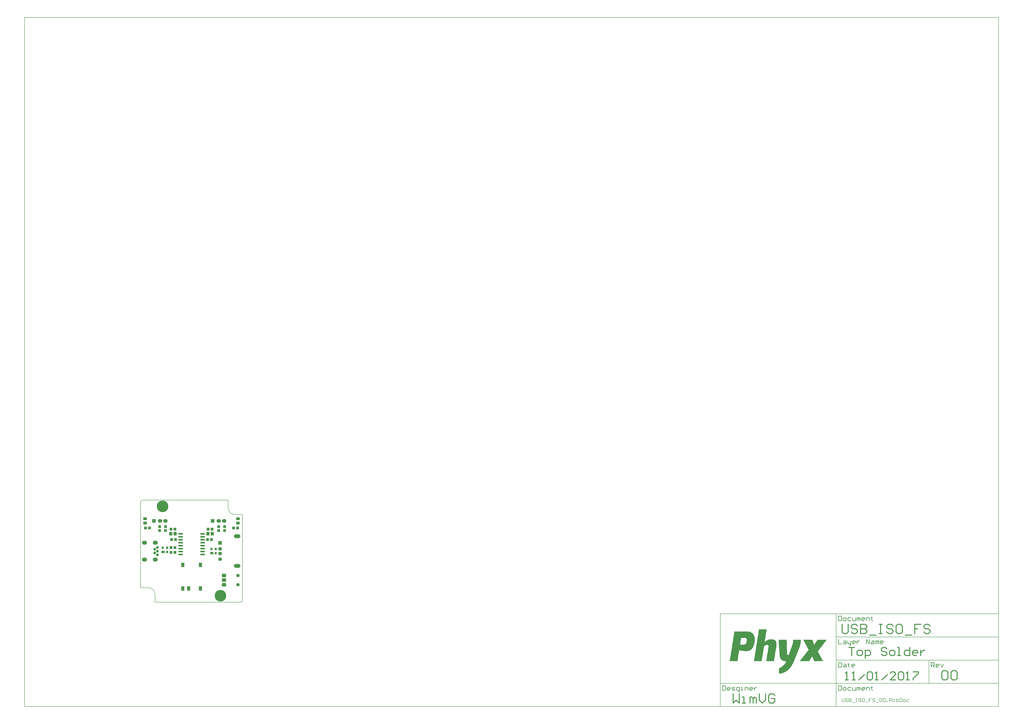
<source format=gts>
G04 Layer_Color=8388736*
%FSLAX25Y25*%
%MOIN*%
G70*
G01*
G75*
%ADD18C,0.00787*%
%ADD20C,0.01575*%
%ADD21C,0.00591*%
%ADD22C,0.00984*%
%ADD35O,0.08071X0.02953*%
%ADD36R,0.06496X0.04528*%
%ADD37R,0.04921X0.04528*%
%ADD38R,0.04528X0.04921*%
%ADD39R,0.05709X0.06496*%
%ADD40R,0.03740X0.04134*%
%ADD41R,0.05315X0.04134*%
%ADD42R,0.05315X0.07677*%
%ADD43C,0.19685*%
%ADD44R,0.06496X0.06496*%
%ADD45C,0.06496*%
%ADD46O,0.04591X0.04921*%
%ADD47O,0.08591X0.06591*%
%ADD48O,0.11221X0.06496*%
%ADD49C,0.06181*%
%ADD50R,0.06181X0.06181*%
%ADD51C,0.05709*%
G04:AMPARAMS|DCode=52|XSize=72.84mil|YSize=61.02mil|CornerRadius=16.73mil|HoleSize=0mil|Usage=FLASHONLY|Rotation=180.000|XOffset=0mil|YOffset=0mil|HoleType=Round|Shape=RoundedRectangle|*
%AMROUNDEDRECTD52*
21,1,0.07284,0.02756,0,0,180.0*
21,1,0.03937,0.06102,0,0,180.0*
1,1,0.03347,-0.01969,0.01378*
1,1,0.03347,0.01969,0.01378*
1,1,0.03347,0.01969,-0.01378*
1,1,0.03347,-0.01969,-0.01378*
%
%ADD52ROUNDEDRECTD52*%
G36*
X1034465Y-150646D02*
Y-150933D01*
Y-151219D01*
Y-151505D01*
Y-151791D01*
Y-152078D01*
Y-152364D01*
Y-152650D01*
Y-152937D01*
Y-153223D01*
Y-153509D01*
Y-153796D01*
Y-154082D01*
Y-154368D01*
Y-154655D01*
Y-154941D01*
Y-155227D01*
Y-155514D01*
Y-155800D01*
Y-156086D01*
Y-156372D01*
X1034179D01*
Y-156659D01*
Y-156945D01*
Y-157231D01*
Y-157518D01*
Y-157804D01*
X1033893D01*
Y-158090D01*
Y-158377D01*
Y-158663D01*
Y-158949D01*
X1033607D01*
Y-159236D01*
Y-159522D01*
Y-159808D01*
Y-160094D01*
X1033320D01*
Y-160381D01*
Y-160667D01*
Y-160953D01*
X1033034D01*
Y-161240D01*
Y-161526D01*
Y-161812D01*
X1032747D01*
Y-162099D01*
Y-162385D01*
Y-162671D01*
X1032461D01*
Y-162958D01*
Y-163244D01*
Y-163530D01*
X1032175D01*
Y-163816D01*
Y-164103D01*
X1031889D01*
Y-164389D01*
Y-164675D01*
X1031602D01*
Y-164962D01*
Y-165248D01*
Y-165534D01*
X1031316D01*
Y-165821D01*
Y-166107D01*
X1031030D01*
Y-166393D01*
Y-166680D01*
Y-166966D01*
X1030743D01*
Y-167252D01*
Y-167539D01*
X1030457D01*
Y-167825D01*
Y-168111D01*
Y-168398D01*
X1030171D01*
Y-168684D01*
Y-168970D01*
X1029884D01*
Y-169256D01*
Y-169543D01*
Y-169829D01*
X1029598D01*
Y-170115D01*
Y-170402D01*
X1029312D01*
Y-170688D01*
Y-170974D01*
Y-171261D01*
X1029025D01*
Y-171547D01*
Y-171833D01*
X1028739D01*
Y-172120D01*
Y-172406D01*
Y-172692D01*
X1028453D01*
Y-172978D01*
Y-173265D01*
X1028166D01*
Y-173551D01*
Y-173837D01*
Y-174124D01*
X1027880D01*
Y-174410D01*
Y-174696D01*
X1027594D01*
Y-174983D01*
Y-175269D01*
Y-175555D01*
X1027308D01*
Y-175842D01*
Y-176128D01*
X1027021D01*
Y-176414D01*
Y-176701D01*
Y-176987D01*
X1026735D01*
Y-177273D01*
Y-177560D01*
X1026449D01*
Y-177846D01*
Y-178132D01*
Y-178419D01*
X1026162D01*
Y-178705D01*
Y-178991D01*
X1025876D01*
Y-179277D01*
Y-179564D01*
Y-179850D01*
X1025590D01*
Y-180136D01*
Y-180423D01*
X1025303D01*
Y-180709D01*
Y-180995D01*
Y-181282D01*
X1025017D01*
Y-181568D01*
Y-181854D01*
X1024731D01*
Y-182141D01*
Y-182427D01*
Y-182713D01*
X1024444D01*
Y-183000D01*
Y-183286D01*
X1024158D01*
Y-183572D01*
Y-183858D01*
Y-184145D01*
X1023872D01*
Y-184431D01*
Y-184717D01*
X1023586D01*
Y-185004D01*
Y-185290D01*
Y-185576D01*
X1023299D01*
Y-185863D01*
Y-186149D01*
X1023013D01*
Y-186435D01*
Y-186722D01*
Y-187008D01*
X1022727D01*
Y-187294D01*
Y-187581D01*
X1022440D01*
Y-187867D01*
Y-188153D01*
X1022154D01*
Y-188439D01*
Y-188726D01*
X1021868D01*
Y-189012D01*
Y-189298D01*
Y-189585D01*
X1021581D01*
Y-189871D01*
X1021295D01*
Y-190157D01*
Y-190444D01*
Y-190730D01*
X1021009D01*
Y-191016D01*
X1020722D01*
Y-191303D01*
Y-191589D01*
X1020436D01*
Y-191875D01*
Y-192162D01*
X1020150D01*
Y-192448D01*
Y-192734D01*
X1019864D01*
Y-193020D01*
Y-193307D01*
X1019577D01*
Y-193593D01*
X1019291D01*
Y-193879D01*
Y-194166D01*
X1019005D01*
Y-194452D01*
Y-194738D01*
X1018718D01*
Y-195025D01*
X1018432D01*
Y-195311D01*
X1018146D01*
Y-195597D01*
Y-195884D01*
X1017859D01*
Y-196170D01*
X1017573D01*
Y-196456D01*
Y-196742D01*
X1017287D01*
Y-197029D01*
X1017000D01*
Y-197315D01*
X1016714D01*
Y-197601D01*
Y-197888D01*
X1016428D01*
Y-198174D01*
X1016141D01*
Y-198460D01*
X1015855D01*
Y-198747D01*
X1015569D01*
Y-199033D01*
X1015283D01*
Y-199319D01*
Y-199606D01*
X1014996D01*
Y-199892D01*
X1014710D01*
Y-200178D01*
X1014423D01*
Y-200465D01*
X1014137D01*
Y-200751D01*
X1013851D01*
Y-201037D01*
X1013565D01*
Y-201324D01*
X1013278D01*
Y-201610D01*
X1012706D01*
Y-201896D01*
X1012419D01*
Y-202183D01*
X1012133D01*
Y-202469D01*
X1011847D01*
Y-202755D01*
X1011560D01*
Y-203041D01*
X1010988D01*
Y-203328D01*
X1010701D01*
Y-203614D01*
X1010129D01*
Y-203900D01*
X1009842D01*
Y-204187D01*
X1009270D01*
Y-204473D01*
X1008984D01*
Y-204759D01*
X1008411D01*
Y-205046D01*
X1007838D01*
Y-205332D01*
X1007266D01*
Y-205618D01*
X1006693D01*
Y-205905D01*
X1006120D01*
Y-206191D01*
X1005262D01*
Y-206477D01*
X1004689D01*
Y-206764D01*
X1003830D01*
Y-207050D01*
X1002685D01*
Y-207336D01*
X1001539D01*
Y-207622D01*
X999822D01*
Y-207909D01*
X997817D01*
Y-208195D01*
X997531D01*
Y-207909D01*
Y-207622D01*
Y-207336D01*
Y-207050D01*
Y-206764D01*
Y-206477D01*
Y-206191D01*
Y-205905D01*
Y-205618D01*
Y-205332D01*
Y-205046D01*
Y-204759D01*
Y-204473D01*
Y-204187D01*
Y-203900D01*
Y-203614D01*
Y-203328D01*
Y-203041D01*
Y-202755D01*
Y-202469D01*
Y-202183D01*
Y-201896D01*
Y-201610D01*
Y-201324D01*
Y-201037D01*
Y-200751D01*
Y-200465D01*
Y-200178D01*
Y-199892D01*
Y-199606D01*
Y-199319D01*
Y-199033D01*
Y-198747D01*
X998104D01*
Y-198460D01*
X998676D01*
Y-198174D01*
X999249D01*
Y-197888D01*
X999822D01*
Y-197601D01*
X1000394D01*
Y-197315D01*
X1000967D01*
Y-197029D01*
X1001253D01*
Y-196742D01*
X1001826D01*
Y-196456D01*
X1002112D01*
Y-196170D01*
X1002685D01*
Y-195884D01*
X1002971D01*
Y-195597D01*
X1003257D01*
Y-195311D01*
X1003830D01*
Y-195025D01*
X1004116D01*
Y-194738D01*
X1004403D01*
Y-194452D01*
X1004689D01*
Y-194166D01*
X1004975D01*
Y-193879D01*
X1005262D01*
Y-193593D01*
X1005548D01*
Y-193307D01*
X1005834D01*
Y-193020D01*
X1006120D01*
Y-192734D01*
X1006407D01*
Y-192448D01*
X1006693D01*
Y-192162D01*
X1006979D01*
Y-191875D01*
Y-191589D01*
X1007266D01*
Y-191303D01*
X1007552D01*
Y-191016D01*
X1007838D01*
Y-190730D01*
Y-190444D01*
X1008125D01*
Y-190157D01*
X1008411D01*
Y-189871D01*
Y-189585D01*
X1008697D01*
Y-189298D01*
Y-189012D01*
X1008984D01*
Y-188726D01*
X1009270D01*
Y-188439D01*
Y-188153D01*
X1009556D01*
Y-187867D01*
Y-187581D01*
X1009842D01*
Y-187294D01*
Y-187008D01*
X1008125D01*
Y-186722D01*
X1006120D01*
Y-186435D01*
X1004975D01*
Y-186149D01*
X1004403D01*
Y-185863D01*
X1003544D01*
Y-185576D01*
X1002971D01*
Y-185290D01*
X1002685D01*
Y-185004D01*
X1002112D01*
Y-184717D01*
X1001826D01*
Y-184431D01*
X1001539D01*
Y-184145D01*
X1001253D01*
Y-183858D01*
X1000967D01*
Y-183572D01*
X1000681D01*
Y-183286D01*
Y-183000D01*
X1000394D01*
Y-182713D01*
X1000108D01*
Y-182427D01*
Y-182141D01*
X999822D01*
Y-181854D01*
Y-181568D01*
X999535D01*
Y-181282D01*
Y-180995D01*
X999249D01*
Y-180709D01*
Y-180423D01*
Y-180136D01*
X998963D01*
Y-179850D01*
Y-179564D01*
Y-179277D01*
Y-178991D01*
X998676D01*
Y-178705D01*
Y-178419D01*
Y-178132D01*
Y-177846D01*
Y-177560D01*
Y-177273D01*
Y-176987D01*
X998390D01*
Y-176701D01*
Y-176414D01*
Y-176128D01*
Y-175842D01*
Y-175555D01*
Y-175269D01*
Y-174983D01*
Y-174696D01*
Y-174410D01*
Y-174124D01*
Y-173837D01*
Y-173551D01*
Y-173265D01*
Y-172978D01*
Y-172692D01*
X998104D01*
Y-172406D01*
Y-172120D01*
Y-171833D01*
Y-171547D01*
Y-171261D01*
Y-170974D01*
Y-170688D01*
Y-170402D01*
Y-170115D01*
Y-169829D01*
Y-169543D01*
Y-169256D01*
Y-168970D01*
Y-168684D01*
Y-168398D01*
X997817D01*
Y-168111D01*
Y-167825D01*
Y-167539D01*
Y-167252D01*
Y-166966D01*
Y-166680D01*
Y-166393D01*
Y-166107D01*
Y-165821D01*
Y-165534D01*
Y-165248D01*
Y-164962D01*
Y-164675D01*
Y-164389D01*
Y-164103D01*
Y-163816D01*
X997531D01*
Y-163530D01*
Y-163244D01*
Y-162958D01*
Y-162671D01*
Y-162385D01*
Y-162099D01*
Y-161812D01*
Y-161526D01*
Y-161240D01*
Y-160953D01*
Y-160667D01*
Y-160381D01*
Y-160094D01*
Y-159808D01*
Y-159522D01*
Y-159236D01*
X997245D01*
Y-158949D01*
Y-158663D01*
Y-158377D01*
Y-158090D01*
Y-157804D01*
Y-157518D01*
Y-157231D01*
Y-156945D01*
Y-156659D01*
Y-156372D01*
Y-156086D01*
Y-155800D01*
Y-155514D01*
Y-155227D01*
X996958D01*
Y-154941D01*
Y-154655D01*
Y-154368D01*
Y-154082D01*
Y-153796D01*
Y-153509D01*
Y-153223D01*
Y-152937D01*
Y-152650D01*
Y-152364D01*
Y-152078D01*
Y-151791D01*
Y-151505D01*
Y-151219D01*
Y-150933D01*
Y-150646D01*
X996672D01*
Y-150360D01*
X1010415D01*
Y-150646D01*
Y-150933D01*
Y-151219D01*
Y-151505D01*
Y-151791D01*
Y-152078D01*
Y-152364D01*
Y-152650D01*
Y-152937D01*
Y-153223D01*
Y-153509D01*
Y-153796D01*
Y-154082D01*
Y-154368D01*
X1010701D01*
Y-154655D01*
Y-154941D01*
Y-155227D01*
Y-155514D01*
Y-155800D01*
Y-156086D01*
Y-156372D01*
Y-156659D01*
Y-156945D01*
Y-157231D01*
Y-157518D01*
Y-157804D01*
Y-158090D01*
Y-158377D01*
Y-158663D01*
Y-158949D01*
Y-159236D01*
Y-159522D01*
Y-159808D01*
Y-160094D01*
Y-160381D01*
Y-160667D01*
Y-160953D01*
Y-161240D01*
Y-161526D01*
Y-161812D01*
Y-162099D01*
Y-162385D01*
Y-162671D01*
Y-162958D01*
Y-163244D01*
Y-163530D01*
Y-163816D01*
Y-164103D01*
Y-164389D01*
Y-164675D01*
Y-164962D01*
Y-165248D01*
Y-165534D01*
Y-165821D01*
Y-166107D01*
X1010988D01*
Y-166393D01*
X1010701D01*
Y-166680D01*
Y-166966D01*
X1010988D01*
Y-167252D01*
Y-167539D01*
Y-167825D01*
Y-168111D01*
Y-168398D01*
Y-168684D01*
Y-168970D01*
Y-169256D01*
Y-169543D01*
Y-169829D01*
Y-170115D01*
Y-170402D01*
Y-170688D01*
Y-170974D01*
Y-171261D01*
Y-171547D01*
Y-171833D01*
Y-172120D01*
Y-172406D01*
Y-172692D01*
Y-172978D01*
Y-173265D01*
Y-173551D01*
Y-173837D01*
Y-174124D01*
Y-174410D01*
X1011274D01*
Y-174696D01*
Y-174983D01*
Y-175269D01*
X1011560D01*
Y-175555D01*
X1011847D01*
Y-175842D01*
X1012133D01*
Y-176128D01*
X1012992D01*
Y-176414D01*
X1013851D01*
Y-176128D01*
X1014137D01*
Y-175842D01*
Y-175555D01*
Y-175269D01*
X1014423D01*
Y-174983D01*
Y-174696D01*
X1014710D01*
Y-174410D01*
Y-174124D01*
Y-173837D01*
X1014996D01*
Y-173551D01*
Y-173265D01*
Y-172978D01*
X1015283D01*
Y-172692D01*
Y-172406D01*
Y-172120D01*
X1015569D01*
Y-171833D01*
Y-171547D01*
Y-171261D01*
X1015855D01*
Y-170974D01*
Y-170688D01*
X1016141D01*
Y-170402D01*
Y-170115D01*
Y-169829D01*
X1016428D01*
Y-169543D01*
Y-169256D01*
Y-168970D01*
X1016714D01*
Y-168684D01*
Y-168398D01*
Y-168111D01*
X1017000D01*
Y-167825D01*
Y-167539D01*
X1017287D01*
Y-167252D01*
Y-166966D01*
Y-166680D01*
X1017573D01*
Y-166393D01*
Y-166107D01*
Y-165821D01*
X1017859D01*
Y-165534D01*
Y-165248D01*
Y-164962D01*
X1018146D01*
Y-164675D01*
Y-164389D01*
X1018432D01*
Y-164103D01*
Y-163816D01*
Y-163530D01*
X1018718D01*
Y-163244D01*
Y-162958D01*
Y-162671D01*
X1019005D01*
Y-162385D01*
Y-162099D01*
Y-161812D01*
X1019291D01*
Y-161526D01*
Y-161240D01*
X1019577D01*
Y-160953D01*
Y-160667D01*
Y-160381D01*
X1019864D01*
Y-160094D01*
Y-159808D01*
Y-159522D01*
X1020150D01*
Y-159236D01*
Y-158949D01*
Y-158663D01*
X1020436D01*
Y-158377D01*
Y-158090D01*
Y-157804D01*
Y-157518D01*
X1020722D01*
Y-157231D01*
Y-156945D01*
Y-156659D01*
Y-156372D01*
X1021009D01*
Y-156086D01*
Y-155800D01*
Y-155514D01*
Y-155227D01*
Y-154941D01*
X1021295D01*
Y-154655D01*
Y-154368D01*
Y-154082D01*
Y-153796D01*
Y-153509D01*
Y-153223D01*
X1021581D01*
Y-152937D01*
Y-152650D01*
Y-152364D01*
Y-152078D01*
Y-151791D01*
Y-151505D01*
Y-151219D01*
Y-150933D01*
Y-150646D01*
Y-150360D01*
X1034465D01*
Y-150646D01*
D02*
G37*
G36*
X976630Y-133181D02*
Y-133467D01*
X976344D01*
Y-133754D01*
Y-134040D01*
Y-134326D01*
Y-134613D01*
Y-134899D01*
Y-135185D01*
X976058D01*
Y-135472D01*
Y-135758D01*
Y-136044D01*
Y-136330D01*
Y-136617D01*
Y-136903D01*
X975771D01*
Y-137189D01*
Y-137476D01*
Y-137762D01*
Y-138048D01*
Y-138335D01*
Y-138621D01*
Y-138907D01*
X975485D01*
Y-139194D01*
Y-139480D01*
Y-139766D01*
Y-140053D01*
Y-140339D01*
Y-140625D01*
X975199D01*
Y-140911D01*
Y-141198D01*
Y-141484D01*
Y-141771D01*
Y-142057D01*
Y-142343D01*
X974912D01*
Y-142629D01*
Y-142916D01*
Y-143202D01*
Y-143488D01*
Y-143775D01*
Y-144061D01*
Y-144347D01*
X974626D01*
Y-144634D01*
Y-144920D01*
Y-145206D01*
Y-145492D01*
Y-145779D01*
Y-146065D01*
X974340D01*
Y-146352D01*
Y-146638D01*
Y-146924D01*
Y-147210D01*
Y-147497D01*
Y-147783D01*
X974053D01*
Y-148069D01*
Y-148356D01*
Y-148642D01*
Y-148928D01*
Y-149215D01*
Y-149501D01*
X973767D01*
Y-149787D01*
Y-150074D01*
Y-150360D01*
Y-150646D01*
Y-150933D01*
Y-151219D01*
Y-151505D01*
X973481D01*
Y-151791D01*
Y-152078D01*
Y-152364D01*
Y-152650D01*
Y-152937D01*
Y-153223D01*
X973195D01*
Y-153509D01*
Y-153796D01*
X973767D01*
Y-153509D01*
X974053D01*
Y-153223D01*
X974340D01*
Y-152937D01*
X974912D01*
Y-152650D01*
X975199D01*
Y-152364D01*
X975485D01*
Y-152078D01*
X976058D01*
Y-151791D01*
X976630D01*
Y-151505D01*
X976917D01*
Y-151219D01*
X977489D01*
Y-150933D01*
X978348D01*
Y-150646D01*
X978921D01*
Y-150360D01*
X979780D01*
Y-150074D01*
X981211D01*
Y-149787D01*
X987510D01*
Y-150074D01*
X988655D01*
Y-150360D01*
X989514D01*
Y-150646D01*
X990087D01*
Y-150933D01*
X990373D01*
Y-151219D01*
X990946D01*
Y-151505D01*
X991232D01*
Y-151791D01*
X991518D01*
Y-152078D01*
X991805D01*
Y-152364D01*
X992091D01*
Y-152650D01*
Y-152937D01*
X992377D01*
Y-153223D01*
Y-153509D01*
X992664D01*
Y-153796D01*
Y-154082D01*
Y-154368D01*
X992950D01*
Y-154655D01*
Y-154941D01*
Y-155227D01*
Y-155514D01*
X993236D01*
Y-155800D01*
Y-156086D01*
Y-156372D01*
Y-156659D01*
Y-156945D01*
Y-157231D01*
Y-157518D01*
Y-157804D01*
Y-158090D01*
Y-158377D01*
Y-158663D01*
Y-158949D01*
Y-159236D01*
Y-159522D01*
Y-159808D01*
Y-160094D01*
Y-160381D01*
Y-160667D01*
X992950D01*
Y-160953D01*
Y-161240D01*
Y-161526D01*
Y-161812D01*
Y-162099D01*
Y-162385D01*
Y-162671D01*
X992664D01*
Y-162958D01*
Y-163244D01*
Y-163530D01*
Y-163816D01*
Y-164103D01*
Y-164389D01*
Y-164675D01*
X992377D01*
Y-164962D01*
Y-165248D01*
Y-165534D01*
Y-165821D01*
Y-166107D01*
Y-166393D01*
X992091D01*
Y-166680D01*
Y-166966D01*
Y-167252D01*
Y-167539D01*
Y-167825D01*
Y-168111D01*
X991805D01*
Y-168398D01*
Y-168684D01*
Y-168970D01*
Y-169256D01*
Y-169543D01*
Y-169829D01*
X991518D01*
Y-170115D01*
Y-170402D01*
Y-170688D01*
Y-170974D01*
Y-171261D01*
Y-171547D01*
Y-171833D01*
X991232D01*
Y-172120D01*
Y-172406D01*
Y-172692D01*
Y-172978D01*
Y-173265D01*
Y-173551D01*
X990946D01*
Y-173837D01*
Y-174124D01*
Y-174410D01*
Y-174696D01*
Y-174983D01*
Y-175269D01*
X990660D01*
Y-175555D01*
Y-175842D01*
Y-176128D01*
Y-176414D01*
Y-176701D01*
Y-176987D01*
Y-177273D01*
X990373D01*
Y-177560D01*
Y-177846D01*
Y-178132D01*
Y-178419D01*
Y-178705D01*
Y-178991D01*
X990087D01*
Y-179277D01*
Y-179564D01*
Y-179850D01*
Y-180136D01*
Y-180423D01*
Y-180709D01*
X989801D01*
Y-180995D01*
Y-181282D01*
Y-181568D01*
Y-181854D01*
Y-182141D01*
Y-182427D01*
X989514D01*
Y-182713D01*
Y-183000D01*
Y-183286D01*
Y-183572D01*
Y-183858D01*
Y-184145D01*
Y-184431D01*
X989228D01*
Y-184717D01*
Y-185004D01*
Y-185290D01*
Y-185576D01*
Y-185863D01*
Y-186149D01*
X988942D01*
Y-186435D01*
Y-186722D01*
X975771D01*
Y-186435D01*
Y-186149D01*
X976058D01*
Y-185863D01*
Y-185576D01*
Y-185290D01*
Y-185004D01*
Y-184717D01*
Y-184431D01*
X976344D01*
Y-184145D01*
Y-183858D01*
Y-183572D01*
Y-183286D01*
Y-183000D01*
Y-182713D01*
Y-182427D01*
X976630D01*
Y-182141D01*
Y-181854D01*
Y-181568D01*
Y-181282D01*
Y-180995D01*
Y-180709D01*
X976917D01*
Y-180423D01*
Y-180136D01*
Y-179850D01*
Y-179564D01*
Y-179277D01*
Y-178991D01*
X977203D01*
Y-178705D01*
Y-178419D01*
Y-178132D01*
Y-177846D01*
Y-177560D01*
Y-177273D01*
Y-176987D01*
X977489D01*
Y-176701D01*
Y-176414D01*
Y-176128D01*
Y-175842D01*
Y-175555D01*
Y-175269D01*
X977775D01*
Y-174983D01*
Y-174696D01*
Y-174410D01*
Y-174124D01*
Y-173837D01*
Y-173551D01*
Y-173265D01*
X978062D01*
Y-172978D01*
Y-172692D01*
Y-172406D01*
Y-172120D01*
Y-171833D01*
Y-171547D01*
X978348D01*
Y-171261D01*
Y-170974D01*
Y-170688D01*
Y-170402D01*
Y-170115D01*
Y-169829D01*
X978634D01*
Y-169543D01*
Y-169256D01*
Y-168970D01*
Y-168684D01*
Y-168398D01*
Y-168111D01*
X978921D01*
Y-167825D01*
Y-167539D01*
Y-167252D01*
Y-166966D01*
Y-166680D01*
Y-166393D01*
Y-166107D01*
X979207D01*
Y-165821D01*
Y-165534D01*
Y-165248D01*
Y-164962D01*
Y-164675D01*
Y-164389D01*
X979493D01*
Y-164103D01*
Y-163816D01*
Y-163530D01*
Y-163244D01*
Y-162958D01*
Y-162671D01*
Y-162385D01*
X979780D01*
Y-162099D01*
Y-161812D01*
Y-161526D01*
Y-161240D01*
Y-160953D01*
Y-160667D01*
X979493D01*
Y-160381D01*
Y-160094D01*
X979207D01*
Y-159808D01*
X978921D01*
Y-159522D01*
X978348D01*
Y-159236D01*
X976630D01*
Y-159522D01*
X975199D01*
Y-159808D01*
X974340D01*
Y-160094D01*
X973767D01*
Y-160381D01*
X973481D01*
Y-160667D01*
X972908D01*
Y-160953D01*
X972622D01*
Y-161240D01*
X972336D01*
Y-161526D01*
Y-161812D01*
X972049D01*
Y-162099D01*
Y-162385D01*
Y-162671D01*
X971763D01*
Y-162958D01*
Y-163244D01*
Y-163530D01*
Y-163816D01*
Y-164103D01*
Y-164389D01*
X971477D01*
Y-164675D01*
Y-164962D01*
Y-165248D01*
Y-165534D01*
Y-165821D01*
Y-166107D01*
Y-166393D01*
X971190D01*
Y-166680D01*
Y-166966D01*
Y-167252D01*
Y-167539D01*
Y-167825D01*
Y-168111D01*
X970904D01*
Y-168398D01*
Y-168684D01*
Y-168970D01*
Y-169256D01*
Y-169543D01*
Y-169829D01*
X970618D01*
Y-170115D01*
Y-170402D01*
Y-170688D01*
Y-170974D01*
Y-171261D01*
Y-171547D01*
X970331D01*
Y-171833D01*
Y-172120D01*
Y-172406D01*
Y-172692D01*
Y-172978D01*
Y-173265D01*
Y-173551D01*
X970045D01*
Y-173837D01*
Y-174124D01*
Y-174410D01*
Y-174696D01*
Y-174983D01*
Y-175269D01*
X969759D01*
Y-175555D01*
Y-175842D01*
Y-176128D01*
Y-176414D01*
Y-176701D01*
Y-176987D01*
X969472D01*
Y-177273D01*
Y-177560D01*
Y-177846D01*
Y-178132D01*
Y-178419D01*
Y-178705D01*
Y-178991D01*
X969186D01*
Y-179277D01*
Y-179564D01*
Y-179850D01*
Y-180136D01*
Y-180423D01*
Y-180709D01*
X968900D01*
Y-180995D01*
Y-181282D01*
Y-181568D01*
Y-181854D01*
Y-182141D01*
Y-182427D01*
X968614D01*
Y-182713D01*
Y-183000D01*
Y-183286D01*
Y-183572D01*
Y-183858D01*
Y-184145D01*
X968327D01*
Y-184431D01*
Y-184717D01*
Y-185004D01*
Y-185290D01*
Y-185576D01*
Y-185863D01*
Y-186149D01*
X968041D01*
Y-186435D01*
Y-186722D01*
X954870D01*
Y-186435D01*
Y-186149D01*
X955157D01*
Y-185863D01*
Y-185576D01*
Y-185290D01*
Y-185004D01*
Y-184717D01*
Y-184431D01*
Y-184145D01*
X955443D01*
Y-183858D01*
Y-183572D01*
Y-183286D01*
Y-183000D01*
Y-182713D01*
Y-182427D01*
X955729D01*
Y-182141D01*
Y-181854D01*
Y-181568D01*
Y-181282D01*
Y-180995D01*
Y-180709D01*
X956016D01*
Y-180423D01*
Y-180136D01*
Y-179850D01*
Y-179564D01*
Y-179277D01*
Y-178991D01*
Y-178705D01*
X956302D01*
Y-178419D01*
Y-178132D01*
Y-177846D01*
Y-177560D01*
Y-177273D01*
Y-176987D01*
X956588D01*
Y-176701D01*
Y-176414D01*
Y-176128D01*
Y-175842D01*
Y-175555D01*
Y-175269D01*
X956875D01*
Y-174983D01*
Y-174696D01*
Y-174410D01*
Y-174124D01*
Y-173837D01*
Y-173551D01*
X957161D01*
Y-173265D01*
Y-172978D01*
Y-172692D01*
Y-172406D01*
Y-172120D01*
Y-171833D01*
Y-171547D01*
X957447D01*
Y-171261D01*
Y-170974D01*
Y-170688D01*
Y-170402D01*
Y-170115D01*
Y-169829D01*
X957734D01*
Y-169543D01*
Y-169256D01*
Y-168970D01*
Y-168684D01*
Y-168398D01*
Y-168111D01*
X958020D01*
Y-167825D01*
Y-167539D01*
Y-167252D01*
Y-166966D01*
Y-166680D01*
Y-166393D01*
Y-166107D01*
X958306D01*
Y-165821D01*
Y-165534D01*
Y-165248D01*
Y-164962D01*
Y-164675D01*
Y-164389D01*
X958593D01*
Y-164103D01*
Y-163816D01*
Y-163530D01*
Y-163244D01*
Y-162958D01*
Y-162671D01*
X958879D01*
Y-162385D01*
Y-162099D01*
Y-161812D01*
Y-161526D01*
Y-161240D01*
Y-160953D01*
X959165D01*
Y-160667D01*
Y-160381D01*
Y-160094D01*
Y-159808D01*
Y-159522D01*
Y-159236D01*
Y-158949D01*
X959451D01*
Y-158663D01*
Y-158377D01*
Y-158090D01*
Y-157804D01*
Y-157518D01*
Y-157231D01*
X959738D01*
Y-156945D01*
Y-156659D01*
Y-156372D01*
Y-156086D01*
Y-155800D01*
Y-155514D01*
X960024D01*
Y-155227D01*
Y-154941D01*
Y-154655D01*
Y-154368D01*
Y-154082D01*
Y-153796D01*
X960310D01*
Y-153509D01*
Y-153223D01*
Y-152937D01*
Y-152650D01*
Y-152364D01*
Y-152078D01*
Y-151791D01*
X960597D01*
Y-151505D01*
Y-151219D01*
Y-150933D01*
Y-150646D01*
Y-150360D01*
Y-150074D01*
X960883D01*
Y-149787D01*
Y-149501D01*
Y-149215D01*
Y-148928D01*
Y-148642D01*
Y-148356D01*
X961169D01*
Y-148069D01*
Y-147783D01*
Y-147497D01*
Y-147210D01*
Y-146924D01*
Y-146638D01*
Y-146352D01*
X961456D01*
Y-146065D01*
Y-145779D01*
Y-145492D01*
Y-145206D01*
Y-144920D01*
Y-144634D01*
X961742D01*
Y-144347D01*
Y-144061D01*
Y-143775D01*
Y-143488D01*
Y-143202D01*
Y-142916D01*
X962028D01*
Y-142629D01*
Y-142343D01*
Y-142057D01*
Y-141771D01*
Y-141484D01*
Y-141198D01*
X962315D01*
Y-140911D01*
Y-140625D01*
Y-140339D01*
Y-140053D01*
Y-139766D01*
Y-139480D01*
Y-139194D01*
X962601D01*
Y-138907D01*
Y-138621D01*
Y-138335D01*
Y-138048D01*
Y-137762D01*
Y-137476D01*
X962887D01*
Y-137189D01*
Y-136903D01*
Y-136617D01*
Y-136330D01*
Y-136044D01*
Y-135758D01*
X963173D01*
Y-135472D01*
Y-135185D01*
Y-134899D01*
Y-134613D01*
Y-134326D01*
Y-134040D01*
Y-133754D01*
X963460D01*
Y-133467D01*
Y-133181D01*
Y-132895D01*
X976630D01*
Y-133181D01*
D02*
G37*
G36*
X945422Y-136617D02*
X947140D01*
Y-136903D01*
X947999D01*
Y-137189D01*
X948858D01*
Y-137476D01*
X949717D01*
Y-137762D01*
X950289D01*
Y-138048D01*
X950576D01*
Y-138335D01*
X951148D01*
Y-138621D01*
X951435D01*
Y-138907D01*
X952007D01*
Y-139194D01*
X952294D01*
Y-139480D01*
X952580D01*
Y-139766D01*
X952866D01*
Y-140053D01*
X953153D01*
Y-140339D01*
X953439D01*
Y-140625D01*
X953725D01*
Y-140911D01*
Y-141198D01*
X954012D01*
Y-141484D01*
X954298D01*
Y-141771D01*
Y-142057D01*
X954584D01*
Y-142343D01*
X954870D01*
Y-142629D01*
Y-142916D01*
X955157D01*
Y-143202D01*
Y-143488D01*
Y-143775D01*
X955443D01*
Y-144061D01*
Y-144347D01*
Y-144634D01*
X955729D01*
Y-144920D01*
Y-145206D01*
Y-145492D01*
Y-145779D01*
X956016D01*
Y-146065D01*
Y-146352D01*
Y-146638D01*
Y-146924D01*
Y-147210D01*
X956302D01*
Y-147497D01*
Y-147783D01*
Y-148069D01*
Y-148356D01*
Y-148642D01*
Y-148928D01*
Y-149215D01*
Y-149501D01*
Y-149787D01*
Y-150074D01*
Y-150360D01*
Y-150646D01*
Y-150933D01*
Y-151219D01*
Y-151505D01*
Y-151791D01*
Y-152078D01*
Y-152364D01*
Y-152650D01*
Y-152937D01*
X956016D01*
Y-153223D01*
Y-153509D01*
Y-153796D01*
Y-154082D01*
Y-154368D01*
Y-154655D01*
Y-154941D01*
X955729D01*
Y-155227D01*
Y-155514D01*
Y-155800D01*
Y-156086D01*
Y-156372D01*
X955443D01*
Y-156659D01*
Y-156945D01*
Y-157231D01*
Y-157518D01*
Y-157804D01*
X955157D01*
Y-158090D01*
Y-158377D01*
Y-158663D01*
X954870D01*
Y-158949D01*
Y-159236D01*
Y-159522D01*
Y-159808D01*
X954584D01*
Y-160094D01*
Y-160381D01*
Y-160667D01*
X954298D01*
Y-160953D01*
Y-161240D01*
X954012D01*
Y-161526D01*
Y-161812D01*
Y-162099D01*
X953725D01*
Y-162385D01*
Y-162671D01*
X953439D01*
Y-162958D01*
Y-163244D01*
X953153D01*
Y-163530D01*
Y-163816D01*
X952866D01*
Y-164103D01*
X952580D01*
Y-164389D01*
Y-164675D01*
X952294D01*
Y-164962D01*
X952007D01*
Y-165248D01*
X951721D01*
Y-165534D01*
Y-165821D01*
X951435D01*
Y-166107D01*
X951148D01*
Y-166393D01*
X950862D01*
Y-166680D01*
X950576D01*
Y-166966D01*
X950289D01*
Y-167252D01*
X949717D01*
Y-167539D01*
X949430D01*
Y-167825D01*
X948858D01*
Y-168111D01*
X948572D01*
Y-168398D01*
X947999D01*
Y-168684D01*
X947140D01*
Y-168970D01*
X946281D01*
Y-169256D01*
X945422D01*
Y-169543D01*
X943704D01*
Y-169829D01*
X938551D01*
Y-169543D01*
X935974D01*
Y-169256D01*
X933970D01*
Y-168970D01*
X932538D01*
Y-168684D01*
X931106D01*
Y-168398D01*
X929675D01*
Y-168684D01*
Y-168970D01*
Y-169256D01*
Y-169543D01*
Y-169829D01*
Y-170115D01*
Y-170402D01*
X929389D01*
Y-170688D01*
Y-170974D01*
Y-171261D01*
Y-171547D01*
Y-171833D01*
Y-172120D01*
X929102D01*
Y-172406D01*
Y-172692D01*
Y-172978D01*
Y-173265D01*
Y-173551D01*
Y-173837D01*
X928816D01*
Y-174124D01*
Y-174410D01*
Y-174696D01*
Y-174983D01*
Y-175269D01*
Y-175555D01*
Y-175842D01*
X928530D01*
Y-176128D01*
Y-176414D01*
Y-176701D01*
Y-176987D01*
Y-177273D01*
Y-177560D01*
X928243D01*
Y-177846D01*
Y-178132D01*
Y-178419D01*
Y-178705D01*
Y-178991D01*
Y-179277D01*
X927957D01*
Y-179564D01*
Y-179850D01*
Y-180136D01*
Y-180423D01*
Y-180709D01*
Y-180995D01*
Y-181282D01*
X927671D01*
Y-181568D01*
Y-181854D01*
Y-182141D01*
Y-182427D01*
Y-182713D01*
Y-183000D01*
X927384D01*
Y-183286D01*
Y-183572D01*
Y-183858D01*
Y-184145D01*
Y-184431D01*
Y-184717D01*
X927098D01*
Y-185004D01*
Y-185290D01*
Y-185576D01*
Y-185863D01*
Y-186149D01*
Y-186435D01*
Y-186722D01*
X913641D01*
Y-186435D01*
X913928D01*
Y-186149D01*
Y-185863D01*
Y-185576D01*
Y-185290D01*
Y-185004D01*
X914214D01*
Y-184717D01*
Y-184431D01*
Y-184145D01*
Y-183858D01*
Y-183572D01*
Y-183286D01*
Y-183000D01*
X914500D01*
Y-182713D01*
Y-182427D01*
Y-182141D01*
Y-181854D01*
Y-181568D01*
Y-181282D01*
X914787D01*
Y-180995D01*
Y-180709D01*
Y-180423D01*
Y-180136D01*
Y-179850D01*
Y-179564D01*
X915073D01*
Y-179277D01*
Y-178991D01*
Y-178705D01*
Y-178419D01*
Y-178132D01*
Y-177846D01*
Y-177560D01*
X915359D01*
Y-177273D01*
Y-176987D01*
Y-176701D01*
Y-176414D01*
Y-176128D01*
Y-175842D01*
X915646D01*
Y-175555D01*
Y-175269D01*
Y-174983D01*
Y-174696D01*
Y-174410D01*
Y-174124D01*
X915932D01*
Y-173837D01*
Y-173551D01*
Y-173265D01*
Y-172978D01*
Y-172692D01*
Y-172406D01*
X916218D01*
Y-172120D01*
Y-171833D01*
Y-171547D01*
Y-171261D01*
Y-170974D01*
Y-170688D01*
Y-170402D01*
X916504D01*
Y-170115D01*
Y-169829D01*
Y-169543D01*
Y-169256D01*
Y-168970D01*
Y-168684D01*
X916791D01*
Y-168398D01*
Y-168111D01*
Y-167825D01*
Y-167539D01*
Y-167252D01*
Y-166966D01*
X917077D01*
Y-166680D01*
Y-166393D01*
Y-166107D01*
Y-165821D01*
Y-165534D01*
Y-165248D01*
X917363D01*
Y-164962D01*
Y-164675D01*
Y-164389D01*
Y-164103D01*
Y-163816D01*
Y-163530D01*
Y-163244D01*
X917650D01*
Y-162958D01*
Y-162671D01*
Y-162385D01*
Y-162099D01*
Y-161812D01*
Y-161526D01*
X917936D01*
Y-161240D01*
Y-160953D01*
Y-160667D01*
Y-160381D01*
Y-160094D01*
Y-159808D01*
X918222D01*
Y-159522D01*
Y-159236D01*
Y-158949D01*
Y-158663D01*
Y-158377D01*
Y-158090D01*
Y-157804D01*
X918509D01*
Y-157518D01*
Y-157231D01*
Y-156945D01*
Y-156659D01*
Y-156372D01*
Y-156086D01*
X918795D01*
Y-155800D01*
Y-155514D01*
Y-155227D01*
Y-154941D01*
Y-154655D01*
Y-154368D01*
X919081D01*
Y-154082D01*
Y-153796D01*
Y-153509D01*
Y-153223D01*
Y-152937D01*
Y-152650D01*
X919368D01*
Y-152364D01*
Y-152078D01*
Y-151791D01*
Y-151505D01*
Y-151219D01*
Y-150933D01*
Y-150646D01*
X919654D01*
Y-150360D01*
Y-150074D01*
Y-149787D01*
Y-149501D01*
Y-149215D01*
Y-148928D01*
X919940D01*
Y-148642D01*
Y-148356D01*
Y-148069D01*
Y-147783D01*
Y-147497D01*
Y-147210D01*
X920227D01*
Y-146924D01*
Y-146638D01*
Y-146352D01*
Y-146065D01*
Y-145779D01*
Y-145492D01*
Y-145206D01*
X920513D01*
Y-144920D01*
Y-144634D01*
Y-144347D01*
Y-144061D01*
Y-143775D01*
Y-143488D01*
X920799D01*
Y-143202D01*
Y-142916D01*
Y-142629D01*
Y-142343D01*
Y-142057D01*
Y-141771D01*
X921085D01*
Y-141484D01*
Y-141198D01*
Y-140911D01*
Y-140625D01*
Y-140339D01*
Y-140053D01*
Y-139766D01*
X921372D01*
Y-139480D01*
Y-139194D01*
Y-138907D01*
Y-138621D01*
Y-138335D01*
Y-138048D01*
X921658D01*
Y-137762D01*
Y-137476D01*
Y-137189D01*
Y-136903D01*
Y-136617D01*
Y-136330D01*
X945422D01*
Y-136617D01*
D02*
G37*
G36*
X1078558Y-150646D02*
X1078271D01*
Y-150933D01*
X1077985D01*
Y-151219D01*
Y-151505D01*
X1077699D01*
Y-151791D01*
X1077412D01*
Y-152078D01*
X1077126D01*
Y-152364D01*
Y-152650D01*
X1076840D01*
Y-152937D01*
X1076553D01*
Y-153223D01*
X1076267D01*
Y-153509D01*
X1075981D01*
Y-153796D01*
Y-154082D01*
X1075694D01*
Y-154368D01*
X1075408D01*
Y-154655D01*
X1075122D01*
Y-154941D01*
Y-155227D01*
X1074835D01*
Y-155514D01*
X1074549D01*
Y-155800D01*
X1074263D01*
Y-156086D01*
X1073977D01*
Y-156372D01*
Y-156659D01*
X1073690D01*
Y-156945D01*
X1073404D01*
Y-157231D01*
X1073118D01*
Y-157518D01*
Y-157804D01*
X1072831D01*
Y-158090D01*
X1072545D01*
Y-158377D01*
X1072259D01*
Y-158663D01*
Y-158949D01*
X1071972D01*
Y-159236D01*
X1071686D01*
Y-159522D01*
X1071400D01*
Y-159808D01*
X1071113D01*
Y-160094D01*
Y-160381D01*
X1070827D01*
Y-160667D01*
X1070541D01*
Y-160953D01*
X1070255D01*
Y-161240D01*
Y-161526D01*
X1069968D01*
Y-161812D01*
X1069682D01*
Y-162099D01*
X1069396D01*
Y-162385D01*
Y-162671D01*
X1069109D01*
Y-162958D01*
X1068823D01*
Y-163244D01*
X1068537D01*
Y-163530D01*
X1068250D01*
Y-163816D01*
Y-164103D01*
X1067964D01*
Y-164389D01*
X1067678D01*
Y-164675D01*
X1067391D01*
Y-164962D01*
Y-165248D01*
X1067105D01*
Y-165534D01*
X1066819D01*
Y-165821D01*
X1066533D01*
Y-166107D01*
Y-166393D01*
X1066246D01*
Y-166680D01*
X1065960D01*
Y-166966D01*
X1065674D01*
Y-167252D01*
X1065387D01*
Y-167539D01*
Y-167825D01*
X1065101D01*
Y-168111D01*
X1064815D01*
Y-168398D01*
X1064528D01*
Y-168684D01*
Y-168970D01*
X1064242D01*
Y-169256D01*
X1063956D01*
Y-169543D01*
X1063669D01*
Y-169829D01*
X1063383D01*
Y-170115D01*
Y-170402D01*
X1063669D01*
Y-170688D01*
Y-170974D01*
X1063956D01*
Y-171261D01*
Y-171547D01*
X1064242D01*
Y-171833D01*
X1064528D01*
Y-172120D01*
Y-172406D01*
X1064815D01*
Y-172692D01*
Y-172978D01*
X1065101D01*
Y-173265D01*
Y-173551D01*
X1065387D01*
Y-173837D01*
Y-174124D01*
X1065674D01*
Y-174410D01*
Y-174696D01*
X1065960D01*
Y-174983D01*
Y-175269D01*
X1066246D01*
Y-175555D01*
Y-175842D01*
X1066533D01*
Y-176128D01*
Y-176414D01*
X1066819D01*
Y-176701D01*
X1067105D01*
Y-176987D01*
Y-177273D01*
X1067391D01*
Y-177560D01*
Y-177846D01*
X1067678D01*
Y-178132D01*
Y-178419D01*
X1067964D01*
Y-178705D01*
Y-178991D01*
X1068250D01*
Y-179277D01*
Y-179564D01*
X1068537D01*
Y-179850D01*
Y-180136D01*
X1068823D01*
Y-180423D01*
Y-180709D01*
X1069109D01*
Y-180995D01*
X1069396D01*
Y-181282D01*
Y-181568D01*
X1069682D01*
Y-181854D01*
Y-182141D01*
X1069968D01*
Y-182427D01*
Y-182713D01*
X1070255D01*
Y-183000D01*
Y-183286D01*
X1070541D01*
Y-183572D01*
Y-183858D01*
X1070827D01*
Y-184145D01*
Y-184431D01*
X1071113D01*
Y-184717D01*
Y-185004D01*
X1071400D01*
Y-185290D01*
X1071686D01*
Y-185576D01*
Y-185863D01*
X1071972D01*
Y-186149D01*
Y-186435D01*
X1072259D01*
Y-186722D01*
X1057084D01*
Y-186435D01*
X1056798D01*
Y-186149D01*
Y-185863D01*
Y-185576D01*
X1056511D01*
Y-185290D01*
Y-185004D01*
Y-184717D01*
X1056225D01*
Y-184431D01*
Y-184145D01*
X1055939D01*
Y-183858D01*
Y-183572D01*
Y-183286D01*
X1055653D01*
Y-183000D01*
Y-182713D01*
Y-182427D01*
X1055366D01*
Y-182141D01*
Y-181854D01*
X1055080D01*
Y-181568D01*
Y-181282D01*
Y-180995D01*
X1054794D01*
Y-180709D01*
Y-180423D01*
Y-180136D01*
X1054507D01*
Y-179850D01*
Y-179564D01*
Y-179277D01*
X1054221D01*
Y-178991D01*
X1053648D01*
Y-179277D01*
Y-179564D01*
X1053362D01*
Y-179850D01*
X1053076D01*
Y-180136D01*
Y-180423D01*
X1052789D01*
Y-180709D01*
X1052503D01*
Y-180995D01*
Y-181282D01*
X1052217D01*
Y-181568D01*
X1051931D01*
Y-181854D01*
Y-182141D01*
X1051644D01*
Y-182427D01*
X1051358D01*
Y-182713D01*
X1051072D01*
Y-183000D01*
Y-183286D01*
X1050785D01*
Y-183572D01*
X1050499D01*
Y-183858D01*
Y-184145D01*
X1050213D01*
Y-184431D01*
X1049926D01*
Y-184717D01*
Y-185004D01*
X1049640D01*
Y-185290D01*
X1049354D01*
Y-185576D01*
Y-185863D01*
X1049067D01*
Y-186149D01*
X1048781D01*
Y-186435D01*
Y-186722D01*
X1032747D01*
Y-186435D01*
X1033034D01*
Y-186149D01*
X1033320D01*
Y-185863D01*
X1033607D01*
Y-185576D01*
X1033893D01*
Y-185290D01*
Y-185004D01*
X1034179D01*
Y-184717D01*
X1034465D01*
Y-184431D01*
X1034752D01*
Y-184145D01*
X1035038D01*
Y-183858D01*
Y-183572D01*
X1035324D01*
Y-183286D01*
X1035611D01*
Y-183000D01*
X1035897D01*
Y-182713D01*
Y-182427D01*
X1036183D01*
Y-182141D01*
X1036470D01*
Y-181854D01*
X1036756D01*
Y-181568D01*
X1037042D01*
Y-181282D01*
Y-180995D01*
X1037329D01*
Y-180709D01*
X1037615D01*
Y-180423D01*
X1037901D01*
Y-180136D01*
X1038188D01*
Y-179850D01*
Y-179564D01*
X1038474D01*
Y-179277D01*
X1038760D01*
Y-178991D01*
X1039046D01*
Y-178705D01*
Y-178419D01*
X1039333D01*
Y-178132D01*
X1039619D01*
Y-177846D01*
X1039905D01*
Y-177560D01*
X1040192D01*
Y-177273D01*
Y-176987D01*
X1040478D01*
Y-176701D01*
X1040764D01*
Y-176414D01*
X1041051D01*
Y-176128D01*
Y-175842D01*
X1041337D01*
Y-175555D01*
X1041623D01*
Y-175269D01*
X1041910D01*
Y-174983D01*
X1042196D01*
Y-174696D01*
Y-174410D01*
X1042482D01*
Y-174124D01*
X1042768D01*
Y-173837D01*
X1043055D01*
Y-173551D01*
Y-173265D01*
X1043341D01*
Y-172978D01*
X1043627D01*
Y-172692D01*
X1043914D01*
Y-172406D01*
X1044200D01*
Y-172120D01*
Y-171833D01*
X1044486D01*
Y-171547D01*
X1044773D01*
Y-171261D01*
X1045059D01*
Y-170974D01*
X1045345D01*
Y-170688D01*
Y-170402D01*
X1045632D01*
Y-170115D01*
X1045918D01*
Y-169829D01*
X1046204D01*
Y-169543D01*
Y-169256D01*
X1046491D01*
Y-168970D01*
X1046777D01*
Y-168684D01*
X1047063D01*
Y-168398D01*
X1047349D01*
Y-168111D01*
Y-167825D01*
X1047636D01*
Y-167539D01*
Y-167252D01*
Y-166966D01*
X1047349D01*
Y-166680D01*
X1047063D01*
Y-166393D01*
Y-166107D01*
X1046777D01*
Y-165821D01*
Y-165534D01*
X1046491D01*
Y-165248D01*
Y-164962D01*
X1046204D01*
Y-164675D01*
Y-164389D01*
X1045918D01*
Y-164103D01*
Y-163816D01*
X1045632D01*
Y-163530D01*
Y-163244D01*
X1045345D01*
Y-162958D01*
X1045059D01*
Y-162671D01*
Y-162385D01*
X1044773D01*
Y-162099D01*
Y-161812D01*
X1044486D01*
Y-161526D01*
Y-161240D01*
X1044200D01*
Y-160953D01*
Y-160667D01*
X1043914D01*
Y-160381D01*
Y-160094D01*
X1043627D01*
Y-159808D01*
Y-159522D01*
X1043341D01*
Y-159236D01*
X1043055D01*
Y-158949D01*
Y-158663D01*
X1042768D01*
Y-158377D01*
Y-158090D01*
X1042482D01*
Y-157804D01*
Y-157518D01*
X1042196D01*
Y-157231D01*
Y-156945D01*
X1041910D01*
Y-156659D01*
Y-156372D01*
X1041623D01*
Y-156086D01*
Y-155800D01*
X1041337D01*
Y-155514D01*
Y-155227D01*
X1041051D01*
Y-154941D01*
X1040764D01*
Y-154655D01*
Y-154368D01*
X1040478D01*
Y-154082D01*
Y-153796D01*
X1040192D01*
Y-153509D01*
Y-153223D01*
X1039905D01*
Y-152937D01*
Y-152650D01*
X1039619D01*
Y-152364D01*
Y-152078D01*
X1039333D01*
Y-151791D01*
Y-151505D01*
X1039046D01*
Y-151219D01*
X1038760D01*
Y-150933D01*
Y-150646D01*
X1038474D01*
Y-150360D01*
X1054221D01*
Y-150646D01*
X1054507D01*
Y-150933D01*
Y-151219D01*
Y-151505D01*
X1054794D01*
Y-151791D01*
Y-152078D01*
Y-152364D01*
X1055080D01*
Y-152650D01*
Y-152937D01*
Y-153223D01*
X1055366D01*
Y-153509D01*
Y-153796D01*
Y-154082D01*
X1055653D01*
Y-154368D01*
Y-154655D01*
Y-154941D01*
X1055939D01*
Y-155227D01*
Y-155514D01*
Y-155800D01*
X1056225D01*
Y-156086D01*
Y-156372D01*
Y-156659D01*
X1056511D01*
Y-156945D01*
Y-157231D01*
Y-157518D01*
X1056798D01*
Y-157804D01*
Y-158090D01*
Y-158377D01*
Y-158663D01*
X1057370D01*
Y-158377D01*
X1057657D01*
Y-158090D01*
X1057943D01*
Y-157804D01*
Y-157518D01*
X1058229D01*
Y-157231D01*
X1058516D01*
Y-156945D01*
Y-156659D01*
X1058802D01*
Y-156372D01*
X1059088D01*
Y-156086D01*
Y-155800D01*
X1059375D01*
Y-155514D01*
X1059661D01*
Y-155227D01*
Y-154941D01*
X1059947D01*
Y-154655D01*
X1060234D01*
Y-154368D01*
Y-154082D01*
X1060520D01*
Y-153796D01*
X1060806D01*
Y-153509D01*
Y-153223D01*
X1061092D01*
Y-152937D01*
X1061379D01*
Y-152650D01*
Y-152364D01*
X1061665D01*
Y-152078D01*
X1061951D01*
Y-151791D01*
Y-151505D01*
X1062238D01*
Y-151219D01*
X1062524D01*
Y-150933D01*
Y-150646D01*
X1062810D01*
Y-150360D01*
X1078558D01*
Y-150646D01*
D02*
G37*
%LPC*%
G36*
X941127Y-147497D02*
X933111D01*
Y-147783D01*
Y-148069D01*
Y-148356D01*
Y-148642D01*
Y-148928D01*
X932824D01*
Y-149215D01*
Y-149501D01*
Y-149787D01*
Y-150074D01*
Y-150360D01*
Y-150646D01*
X932538D01*
Y-150933D01*
Y-151219D01*
Y-151505D01*
Y-151791D01*
Y-152078D01*
Y-152364D01*
X932252D01*
Y-152650D01*
Y-152937D01*
Y-153223D01*
Y-153509D01*
Y-153796D01*
Y-154082D01*
X931965D01*
Y-154368D01*
Y-154655D01*
Y-154941D01*
Y-155227D01*
Y-155514D01*
Y-155800D01*
Y-156086D01*
X931679D01*
Y-156372D01*
Y-156659D01*
Y-156945D01*
Y-157231D01*
Y-157518D01*
Y-157804D01*
X931393D01*
Y-158090D01*
Y-158377D01*
Y-158663D01*
X938551D01*
Y-158377D01*
X939696D01*
Y-158090D01*
X940269D01*
Y-157804D01*
X940555D01*
Y-157518D01*
X940841D01*
Y-157231D01*
X941127D01*
Y-156945D01*
X941414D01*
Y-156659D01*
Y-156372D01*
X941700D01*
Y-156086D01*
Y-155800D01*
X941986D01*
Y-155514D01*
Y-155227D01*
X942273D01*
Y-154941D01*
Y-154655D01*
Y-154368D01*
Y-154082D01*
X942559D01*
Y-153796D01*
Y-153509D01*
Y-153223D01*
Y-152937D01*
Y-152650D01*
X942845D01*
Y-152364D01*
Y-152078D01*
Y-151791D01*
Y-151505D01*
Y-151219D01*
Y-150933D01*
Y-150646D01*
Y-150360D01*
Y-150074D01*
Y-149787D01*
Y-149501D01*
X942559D01*
Y-149215D01*
Y-148928D01*
X942273D01*
Y-148642D01*
Y-148356D01*
X941986D01*
Y-148069D01*
X941700D01*
Y-147783D01*
X941127D01*
Y-147497D01*
D02*
G37*
%LPD*%
D18*
X-283465Y-263779D02*
X1370079D01*
X-283465D02*
Y905512D01*
X1370079Y-263779D02*
Y905512D01*
X-283465D02*
X1370079D01*
X1094488Y-263779D02*
Y-106299D01*
X897638Y-263779D02*
Y-106299D01*
X1370079D01*
X897638Y-224410D02*
X1370079D01*
X1094488Y-185039D02*
X1370079D01*
X1094488Y-145669D02*
X1370079D01*
X1251968Y-224410D02*
Y-185039D01*
X1104331Y-250002D02*
Y-254922D01*
X1105315Y-255906D01*
X1107283D01*
X1108266Y-254922D01*
Y-250002D01*
X1114170Y-250986D02*
X1113186Y-250002D01*
X1111218D01*
X1110234Y-250986D01*
Y-251970D01*
X1111218Y-252954D01*
X1113186D01*
X1114170Y-253938D01*
Y-254922D01*
X1113186Y-255906D01*
X1111218D01*
X1110234Y-254922D01*
X1116138Y-250002D02*
Y-255906D01*
X1119090D01*
X1120074Y-254922D01*
Y-253938D01*
X1119090Y-252954D01*
X1116138D01*
X1119090D01*
X1120074Y-251970D01*
Y-250986D01*
X1119090Y-250002D01*
X1116138D01*
X1122042Y-256889D02*
X1125977D01*
X1127945Y-250002D02*
X1129913D01*
X1128929D01*
Y-255906D01*
X1127945D01*
X1129913D01*
X1136800Y-250986D02*
X1135817Y-250002D01*
X1133849D01*
X1132865Y-250986D01*
Y-251970D01*
X1133849Y-252954D01*
X1135817D01*
X1136800Y-253938D01*
Y-254922D01*
X1135817Y-255906D01*
X1133849D01*
X1132865Y-254922D01*
X1141720Y-250002D02*
X1139752D01*
X1138768Y-250986D01*
Y-254922D01*
X1139752Y-255906D01*
X1141720D01*
X1142704Y-254922D01*
Y-250986D01*
X1141720Y-250002D01*
X1144672Y-256889D02*
X1148608D01*
X1154511Y-250002D02*
X1150576D01*
Y-252954D01*
X1152543D01*
X1150576D01*
Y-255906D01*
X1160415Y-250986D02*
X1159431Y-250002D01*
X1157463D01*
X1156479Y-250986D01*
Y-251970D01*
X1157463Y-252954D01*
X1159431D01*
X1160415Y-253938D01*
Y-254922D01*
X1159431Y-255906D01*
X1157463D01*
X1156479Y-254922D01*
X1162383Y-256889D02*
X1166319D01*
X1168286Y-250986D02*
X1169270Y-250002D01*
X1171238D01*
X1172222Y-250986D01*
Y-254922D01*
X1171238Y-255906D01*
X1169270D01*
X1168286Y-254922D01*
Y-250986D01*
X1174190D02*
X1175174Y-250002D01*
X1177142D01*
X1178126Y-250986D01*
Y-254922D01*
X1177142Y-255906D01*
X1175174D01*
X1174190Y-254922D01*
Y-250986D01*
X1180094Y-255906D02*
Y-254922D01*
X1181077D01*
Y-255906D01*
X1180094D01*
X1185013D02*
Y-250002D01*
X1187965D01*
X1188949Y-250986D01*
Y-252954D01*
X1187965Y-253938D01*
X1185013D01*
X1194853Y-251970D02*
X1191901D01*
X1190917Y-252954D01*
Y-254922D01*
X1191901Y-255906D01*
X1194853D01*
X1196820Y-250002D02*
Y-255906D01*
X1199772D01*
X1200756Y-254922D01*
Y-253938D01*
Y-252954D01*
X1199772Y-251970D01*
X1196820D01*
X1202724Y-250002D02*
Y-255906D01*
X1205676D01*
X1206660Y-254922D01*
Y-250986D01*
X1205676Y-250002D01*
X1202724D01*
X1209612Y-255906D02*
X1211579D01*
X1212563Y-254922D01*
Y-252954D01*
X1211579Y-251970D01*
X1209612D01*
X1208628Y-252954D01*
Y-254922D01*
X1209612Y-255906D01*
X1218467Y-251970D02*
X1215515D01*
X1214531Y-252954D01*
Y-254922D01*
X1215515Y-255906D01*
X1218467D01*
D20*
X1116142Y-163390D02*
X1125325D01*
X1120733D01*
Y-177165D01*
X1132213D02*
X1136804D01*
X1139100Y-174870D01*
Y-170278D01*
X1136804Y-167982D01*
X1132213D01*
X1129917Y-170278D01*
Y-174870D01*
X1132213Y-177165D01*
X1143692Y-181757D02*
Y-167982D01*
X1150579D01*
X1152875Y-170278D01*
Y-174870D01*
X1150579Y-177165D01*
X1143692D01*
X1180425Y-165686D02*
X1178130Y-163390D01*
X1173538D01*
X1171242Y-165686D01*
Y-167982D01*
X1173538Y-170278D01*
X1178130D01*
X1180425Y-172574D01*
Y-174870D01*
X1178130Y-177165D01*
X1173538D01*
X1171242Y-174870D01*
X1187313Y-177165D02*
X1191905D01*
X1194201Y-174870D01*
Y-170278D01*
X1191905Y-167982D01*
X1187313D01*
X1185017Y-170278D01*
Y-174870D01*
X1187313Y-177165D01*
X1198792D02*
X1203384D01*
X1201088D01*
Y-163390D01*
X1198792D01*
X1219455D02*
Y-177165D01*
X1212567D01*
X1210271Y-174870D01*
Y-170278D01*
X1212567Y-167982D01*
X1219455D01*
X1230934Y-177165D02*
X1226342D01*
X1224047Y-174870D01*
Y-170278D01*
X1226342Y-167982D01*
X1230934D01*
X1233230Y-170278D01*
Y-172574D01*
X1224047D01*
X1237822Y-167982D02*
Y-177165D01*
Y-172574D01*
X1240117Y-170278D01*
X1242413Y-167982D01*
X1244709D01*
X1104331Y-124021D02*
Y-137140D01*
X1106954Y-139764D01*
X1112202D01*
X1114826Y-137140D01*
Y-124021D01*
X1130569Y-126645D02*
X1127945Y-124021D01*
X1122698D01*
X1120074Y-126645D01*
Y-129269D01*
X1122698Y-131892D01*
X1127945D01*
X1130569Y-134516D01*
Y-137140D01*
X1127945Y-139764D01*
X1122698D01*
X1120074Y-137140D01*
X1135817Y-124021D02*
Y-139764D01*
X1143688D01*
X1146312Y-137140D01*
Y-134516D01*
X1143688Y-131892D01*
X1135817D01*
X1143688D01*
X1146312Y-129269D01*
Y-126645D01*
X1143688Y-124021D01*
X1135817D01*
X1151560Y-142388D02*
X1162055D01*
X1167303Y-124021D02*
X1172550D01*
X1169926D01*
Y-139764D01*
X1167303D01*
X1172550D01*
X1190917Y-126645D02*
X1188293Y-124021D01*
X1183045D01*
X1180422Y-126645D01*
Y-129269D01*
X1183045Y-131892D01*
X1188293D01*
X1190917Y-134516D01*
Y-137140D01*
X1188293Y-139764D01*
X1183045D01*
X1180422Y-137140D01*
X1204036Y-124021D02*
X1198788D01*
X1196165Y-126645D01*
Y-137140D01*
X1198788Y-139764D01*
X1204036D01*
X1206660Y-137140D01*
Y-126645D01*
X1204036Y-124021D01*
X1211907Y-142388D02*
X1222403D01*
X1238146Y-124021D02*
X1227650D01*
Y-131892D01*
X1232898D01*
X1227650D01*
Y-139764D01*
X1253889Y-126645D02*
X1251265Y-124021D01*
X1246017D01*
X1243393Y-126645D01*
Y-129269D01*
X1246017Y-131892D01*
X1251265D01*
X1253889Y-134516D01*
Y-137140D01*
X1251265Y-139764D01*
X1246017D01*
X1243393Y-137140D01*
X1110236Y-218504D02*
X1114828D01*
X1112532D01*
Y-204729D01*
X1110236Y-207025D01*
X1121715Y-218504D02*
X1126307D01*
X1124011D01*
Y-204729D01*
X1121715Y-207025D01*
X1133195Y-218504D02*
X1142378Y-209321D01*
X1146970Y-207025D02*
X1149266Y-204729D01*
X1153857D01*
X1156153Y-207025D01*
Y-216208D01*
X1153857Y-218504D01*
X1149266D01*
X1146970Y-216208D01*
Y-207025D01*
X1160745Y-218504D02*
X1165337D01*
X1163041D01*
Y-204729D01*
X1160745Y-207025D01*
X1172224Y-218504D02*
X1181407Y-209321D01*
X1195183Y-218504D02*
X1185999D01*
X1195183Y-209321D01*
Y-207025D01*
X1192887Y-204729D01*
X1188295D01*
X1185999Y-207025D01*
X1199774D02*
X1202070Y-204729D01*
X1206662D01*
X1208958Y-207025D01*
Y-216208D01*
X1206662Y-218504D01*
X1202070D01*
X1199774Y-216208D01*
Y-207025D01*
X1213549Y-218504D02*
X1218141D01*
X1215845D01*
Y-204729D01*
X1213549Y-207025D01*
X1225029Y-204729D02*
X1234212D01*
Y-207025D01*
X1225029Y-216208D01*
Y-218504D01*
X1273622Y-205385D02*
X1276246Y-202761D01*
X1281493D01*
X1284117Y-205385D01*
Y-215880D01*
X1281493Y-218504D01*
X1276246D01*
X1273622Y-215880D01*
Y-205385D01*
X1289365D02*
X1291989Y-202761D01*
X1297236D01*
X1299860Y-205385D01*
Y-215880D01*
X1297236Y-218504D01*
X1291989D01*
X1289365Y-215880D01*
Y-205385D01*
X919291Y-242131D02*
Y-257874D01*
X924539Y-252626D01*
X929787Y-257874D01*
Y-242131D01*
X935034Y-257874D02*
X940282D01*
X937658D01*
Y-247379D01*
X935034D01*
X948153Y-257874D02*
Y-247379D01*
X950777D01*
X953401Y-250003D01*
Y-257874D01*
Y-250003D01*
X956025Y-247379D01*
X958649Y-250003D01*
Y-257874D01*
X963896Y-242131D02*
Y-252626D01*
X969144Y-257874D01*
X974392Y-252626D01*
Y-242131D01*
X990135Y-244755D02*
X987511Y-242131D01*
X982263D01*
X979639Y-244755D01*
Y-255250D01*
X982263Y-257874D01*
X987511D01*
X990135Y-255250D01*
Y-250003D01*
X984887D01*
D21*
X-62008Y-73819D02*
G03*
X-73819Y-62008I-11811J0D01*
G01*
X62008Y73819D02*
G03*
X73819Y62008I11811J0D01*
G01*
X-82677Y86614D02*
G03*
X-86614Y82677I0J-3937D01*
G01*
X82677Y-86614D02*
G03*
X86614Y-82677I0J3937D01*
G01*
X-86614Y-62008D02*
X-73819D01*
X-62008Y-86614D02*
Y-73819D01*
X62008Y73819D02*
Y86614D01*
X73819Y62008D02*
X86614D01*
X-86614Y-62008D02*
Y82677D01*
X-82677Y86614D02*
X62008D01*
X-62008Y-86614D02*
X82677D01*
X86614Y-82677D02*
Y62008D01*
D22*
X1098425Y-228349D02*
Y-236221D01*
X1102361D01*
X1103673Y-234909D01*
Y-229661D01*
X1102361Y-228349D01*
X1098425D01*
X1107609Y-236221D02*
X1110232D01*
X1111544Y-234909D01*
Y-232285D01*
X1110232Y-230973D01*
X1107609D01*
X1106297Y-232285D01*
Y-234909D01*
X1107609Y-236221D01*
X1119416Y-230973D02*
X1115480D01*
X1114168Y-232285D01*
Y-234909D01*
X1115480Y-236221D01*
X1119416D01*
X1122040Y-230973D02*
Y-234909D01*
X1123351Y-236221D01*
X1127287D01*
Y-230973D01*
X1129911Y-236221D02*
Y-230973D01*
X1131223D01*
X1132535Y-232285D01*
Y-236221D01*
Y-232285D01*
X1133847Y-230973D01*
X1135159Y-232285D01*
Y-236221D01*
X1141718D02*
X1139095D01*
X1137783Y-234909D01*
Y-232285D01*
X1139095Y-230973D01*
X1141718D01*
X1143030Y-232285D01*
Y-233597D01*
X1137783D01*
X1145654Y-236221D02*
Y-230973D01*
X1149590D01*
X1150902Y-232285D01*
Y-236221D01*
X1154838Y-229661D02*
Y-230973D01*
X1153526D01*
X1156149D01*
X1154838D01*
Y-234909D01*
X1156149Y-236221D01*
X1098425Y-188979D02*
Y-196850D01*
X1102361D01*
X1103673Y-195538D01*
Y-190291D01*
X1102361Y-188979D01*
X1098425D01*
X1107609Y-191603D02*
X1110232D01*
X1111544Y-192915D01*
Y-196850D01*
X1107609D01*
X1106297Y-195538D01*
X1107609Y-194227D01*
X1111544D01*
X1115480Y-190291D02*
Y-191603D01*
X1114168D01*
X1116792D01*
X1115480D01*
Y-195538D01*
X1116792Y-196850D01*
X1124664D02*
X1122040D01*
X1120728Y-195538D01*
Y-192915D01*
X1122040Y-191603D01*
X1124664D01*
X1125975Y-192915D01*
Y-194227D01*
X1120728D01*
X1098425Y-149609D02*
Y-157480D01*
X1103673D01*
X1107609Y-152233D02*
X1110232D01*
X1111544Y-153545D01*
Y-157480D01*
X1107609D01*
X1106297Y-156168D01*
X1107609Y-154857D01*
X1111544D01*
X1114168Y-152233D02*
Y-156168D01*
X1115480Y-157480D01*
X1119416D01*
Y-158792D01*
X1118104Y-160104D01*
X1116792D01*
X1119416Y-157480D02*
Y-152233D01*
X1125975Y-157480D02*
X1123351D01*
X1122040Y-156168D01*
Y-153545D01*
X1123351Y-152233D01*
X1125975D01*
X1127287Y-153545D01*
Y-154857D01*
X1122040D01*
X1129911Y-152233D02*
Y-157480D01*
Y-154857D01*
X1131223Y-153545D01*
X1132535Y-152233D01*
X1133847D01*
X1145654Y-157480D02*
Y-149609D01*
X1150902Y-157480D01*
Y-149609D01*
X1154838Y-152233D02*
X1157461D01*
X1158773Y-153545D01*
Y-157480D01*
X1154838D01*
X1153526Y-156168D01*
X1154838Y-154857D01*
X1158773D01*
X1161397Y-157480D02*
Y-152233D01*
X1162709D01*
X1164021Y-153545D01*
Y-157480D01*
Y-153545D01*
X1165333Y-152233D01*
X1166645Y-153545D01*
Y-157480D01*
X1173204D02*
X1170580D01*
X1169269Y-156168D01*
Y-153545D01*
X1170580Y-152233D01*
X1173204D01*
X1174516Y-153545D01*
Y-154857D01*
X1169269D01*
X1098425Y-110239D02*
Y-118110D01*
X1102361D01*
X1103673Y-116798D01*
Y-111551D01*
X1102361Y-110239D01*
X1098425D01*
X1107609Y-118110D02*
X1110232D01*
X1111544Y-116798D01*
Y-114174D01*
X1110232Y-112863D01*
X1107609D01*
X1106297Y-114174D01*
Y-116798D01*
X1107609Y-118110D01*
X1119416Y-112863D02*
X1115480D01*
X1114168Y-114174D01*
Y-116798D01*
X1115480Y-118110D01*
X1119416D01*
X1122040Y-112863D02*
Y-116798D01*
X1123351Y-118110D01*
X1127287D01*
Y-112863D01*
X1129911Y-118110D02*
Y-112863D01*
X1131223D01*
X1132535Y-114174D01*
Y-118110D01*
Y-114174D01*
X1133847Y-112863D01*
X1135159Y-114174D01*
Y-118110D01*
X1141718D02*
X1139095D01*
X1137783Y-116798D01*
Y-114174D01*
X1139095Y-112863D01*
X1141718D01*
X1143030Y-114174D01*
Y-115486D01*
X1137783D01*
X1145654Y-118110D02*
Y-112863D01*
X1149590D01*
X1150902Y-114174D01*
Y-118110D01*
X1154838Y-111551D02*
Y-112863D01*
X1153526D01*
X1156149D01*
X1154838D01*
Y-116798D01*
X1156149Y-118110D01*
X901575Y-228349D02*
Y-236221D01*
X905511D01*
X906822Y-234909D01*
Y-229661D01*
X905511Y-228349D01*
X901575D01*
X913382Y-236221D02*
X910758D01*
X909446Y-234909D01*
Y-232285D01*
X910758Y-230973D01*
X913382D01*
X914694Y-232285D01*
Y-233597D01*
X909446D01*
X917318Y-236221D02*
X921253D01*
X922565Y-234909D01*
X921253Y-233597D01*
X918630D01*
X917318Y-232285D01*
X918630Y-230973D01*
X922565D01*
X927813Y-238844D02*
X929125D01*
X930437Y-237532D01*
Y-230973D01*
X926501D01*
X925189Y-232285D01*
Y-234909D01*
X926501Y-236221D01*
X930437D01*
X933061D02*
X935684D01*
X934373D01*
Y-230973D01*
X933061D01*
X939620Y-236221D02*
Y-230973D01*
X943556D01*
X944868Y-232285D01*
Y-236221D01*
X951427D02*
X948804D01*
X947492Y-234909D01*
Y-232285D01*
X948804Y-230973D01*
X951427D01*
X952739Y-232285D01*
Y-233597D01*
X947492D01*
X955363Y-230973D02*
Y-236221D01*
Y-233597D01*
X956675Y-232285D01*
X957987Y-230973D01*
X959299D01*
X1255906Y-196850D02*
Y-188979D01*
X1259841D01*
X1261153Y-190291D01*
Y-192915D01*
X1259841Y-194227D01*
X1255906D01*
X1258529D02*
X1261153Y-196850D01*
X1267713D02*
X1265089D01*
X1263777Y-195538D01*
Y-192915D01*
X1265089Y-191603D01*
X1267713D01*
X1269025Y-192915D01*
Y-194227D01*
X1263777D01*
X1271649Y-191603D02*
X1274272Y-196850D01*
X1276896Y-191603D01*
D35*
X-18701Y29311D02*
D03*
Y24311D02*
D03*
Y19311D02*
D03*
Y14311D02*
D03*
Y9311D02*
D03*
Y4311D02*
D03*
Y-689D02*
D03*
Y-5689D02*
D03*
X18701Y29311D02*
D03*
Y24311D02*
D03*
Y19311D02*
D03*
Y14311D02*
D03*
Y9311D02*
D03*
Y4311D02*
D03*
Y-689D02*
D03*
Y-5689D02*
D03*
D36*
X-78740Y54921D02*
D03*
Y47441D02*
D03*
X78740Y54921D02*
D03*
Y47441D02*
D03*
D37*
X71456Y39370D02*
D03*
X78149D02*
D03*
X27165Y19685D02*
D03*
X33858D02*
D03*
X-27165Y19685D02*
D03*
X-33858D02*
D03*
X-71456Y39370D02*
D03*
X-78149D02*
D03*
X-52166Y51181D02*
D03*
X-45473D02*
D03*
X47441D02*
D03*
X54133D02*
D03*
X-34843Y5905D02*
D03*
X-28150D02*
D03*
X-34843Y-1969D02*
D03*
X-28150D02*
D03*
X28149Y37401D02*
D03*
X34842D02*
D03*
X-28149Y37402D02*
D03*
X-34842D02*
D03*
D38*
X56103Y35039D02*
D03*
Y41732D02*
D03*
X46260Y35039D02*
D03*
Y41732D02*
D03*
X-44292Y41733D02*
D03*
Y35040D02*
D03*
X-54134Y41733D02*
D03*
Y35040D02*
D03*
D39*
X35236Y29528D02*
D03*
X27756D02*
D03*
X-35236D02*
D03*
X-27756D02*
D03*
D40*
X33662Y3543D02*
D03*
X41142D02*
D03*
Y-3543D02*
D03*
X-49015Y5512D02*
D03*
X-41535D02*
D03*
Y-1575D02*
D03*
D41*
X34449Y-3543D02*
D03*
X-48228Y-1575D02*
D03*
D42*
X15000Y-23307D02*
D03*
Y-63307D02*
D03*
X-5000D02*
D03*
X-15000D02*
D03*
Y-23307D02*
D03*
D43*
X-49213Y75787D02*
D03*
X49213Y-75787D02*
D03*
D44*
X-63780Y51181D02*
D03*
X35906D02*
D03*
D45*
X-53780D02*
D03*
X-43780D02*
D03*
X45906D02*
D03*
X55906D02*
D03*
D46*
X-62598Y3150D02*
D03*
Y-3150D02*
D03*
X-57874Y6299D02*
D03*
Y0D02*
D03*
Y-6299D02*
D03*
D47*
X-79724Y-14370D02*
D03*
Y14370D02*
D03*
X-61417D02*
D03*
Y-14370D02*
D03*
D48*
X77461Y25197D02*
D03*
Y-25197D02*
D03*
D49*
X48524Y3937D02*
D03*
Y-3937D02*
D03*
Y-13780D02*
D03*
D50*
Y13779D02*
D03*
D51*
X78740Y-57087D02*
D03*
Y-41339D02*
D03*
D52*
X55118Y-57087D02*
D03*
Y-41339D02*
D03*
Y-49213D02*
D03*
M02*

</source>
